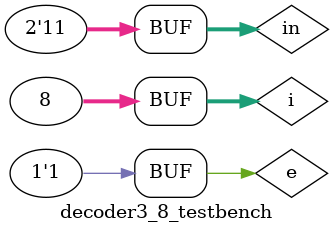
<source format=sv>
`timescale 1ps/1ps
module decoder3_8 #(parameter delay = 50) (out,in,e);
	output logic[7:0] out;
	input logic [2:0] in;
	input logic e;
	logic [1:0]x;
	
	decoder1_2 #(delay) d0(x,in[2],e);
	decoder2_4 #(delay) d1(out[7:4],in[1:0],x[1]);
	decoder2_4 #(delay) d2(out[3:0],in[1:0],x[0]);
endmodule

module decoder3_8_testbench(); 
	logic [1:0] in; 
	logic [3:0] out; 
	logic e;
	
	decoder3_8 dut(.in,.out,.e);
	
	integer i; 
	initial begin
                e=0;
                #10 e=1;
		for(i=0; i<8; i++) begin 
			in =i; #50; 
		end 
	end
endmodule 

</source>
